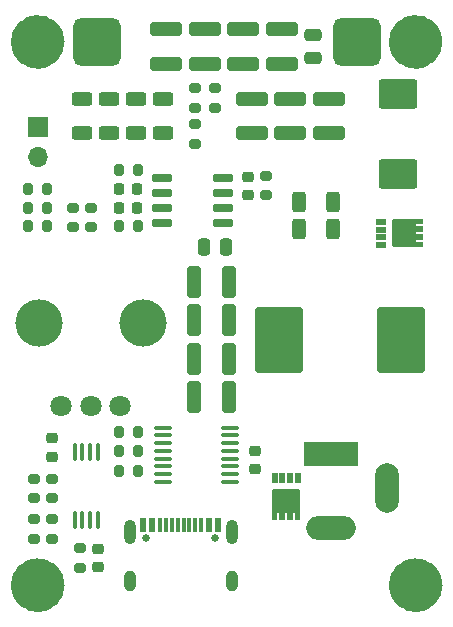
<source format=gts>
G04 #@! TF.GenerationSoftware,KiCad,Pcbnew,(7.0.0)*
G04 #@! TF.CreationDate,2023-04-23T17:00:46-07:00*
G04 #@! TF.ProjectId,boostdriver-al8853,626f6f73-7464-4726-9976-65722d616c38,1*
G04 #@! TF.SameCoordinates,Original*
G04 #@! TF.FileFunction,Soldermask,Top*
G04 #@! TF.FilePolarity,Negative*
%FSLAX46Y46*%
G04 Gerber Fmt 4.6, Leading zero omitted, Abs format (unit mm)*
G04 Created by KiCad (PCBNEW (7.0.0)) date 2023-04-23 17:00:46*
%MOMM*%
%LPD*%
G01*
G04 APERTURE LIST*
G04 Aperture macros list*
%AMRoundRect*
0 Rectangle with rounded corners*
0 $1 Rounding radius*
0 $2 $3 $4 $5 $6 $7 $8 $9 X,Y pos of 4 corners*
0 Add a 4 corners polygon primitive as box body*
4,1,4,$2,$3,$4,$5,$6,$7,$8,$9,$2,$3,0*
0 Add four circle primitives for the rounded corners*
1,1,$1+$1,$2,$3*
1,1,$1+$1,$4,$5*
1,1,$1+$1,$6,$7*
1,1,$1+$1,$8,$9*
0 Add four rect primitives between the rounded corners*
20,1,$1+$1,$2,$3,$4,$5,0*
20,1,$1+$1,$4,$5,$6,$7,0*
20,1,$1+$1,$6,$7,$8,$9,0*
20,1,$1+$1,$8,$9,$2,$3,0*%
%AMFreePoly0*
4,1,43,1.580355,1.210355,1.595000,1.175000,1.595000,0.775000,1.580355,0.739645,1.545000,0.725000,0.975000,0.725000,0.975000,0.575000,1.545000,0.575000,1.580355,0.560355,1.595000,0.525000,1.595000,0.125000,1.580355,0.089645,1.545000,0.075000,0.975000,0.075000,0.975000,-0.075000,1.545000,-0.075000,1.580355,-0.089645,1.595000,-0.125000,1.595000,-0.525000,1.580355,-0.560355,
1.545000,-0.575000,0.975000,-0.575000,0.975000,-0.725000,1.545000,-0.725000,1.580355,-0.739645,1.595000,-0.775000,1.595000,-1.175000,1.580355,-1.210355,1.545000,-1.225000,0.925000,-1.225000,0.889645,-1.210355,0.875000,-1.175000,-0.925000,-1.175000,-0.960355,-1.160355,-0.975000,-1.125000,-0.975000,1.125000,-0.960355,1.160355,-0.925000,1.175000,0.875000,1.175000,0.889645,1.210355,
0.925000,1.225000,1.545000,1.225000,1.580355,1.210355,1.580355,1.210355,$1*%
G04 Aperture macros list end*
%ADD10C,2.275000*%
%ADD11R,4.600000X2.000000*%
%ADD12O,4.200000X2.000000*%
%ADD13O,2.000000X4.200000*%
%ADD14FreePoly0,270.000000*%
%ADD15RoundRect,0.050000X-0.200000X0.415000X-0.200000X-0.415000X0.200000X-0.415000X0.200000X0.415000X0*%
%ADD16RoundRect,0.250000X-0.625000X0.312500X-0.625000X-0.312500X0.625000X-0.312500X0.625000X0.312500X0*%
%ADD17RoundRect,0.225000X0.250000X-0.225000X0.250000X0.225000X-0.250000X0.225000X-0.250000X-0.225000X0*%
%ADD18RoundRect,0.200000X0.200000X0.275000X-0.200000X0.275000X-0.200000X-0.275000X0.200000X-0.275000X0*%
%ADD19C,2.200000*%
%ADD20RoundRect,0.050000X-0.415000X-0.200000X0.415000X-0.200000X0.415000X0.200000X-0.415000X0.200000X0*%
%ADD21FreePoly0,0.000000*%
%ADD22RoundRect,0.200000X-0.275000X0.200000X-0.275000X-0.200000X0.275000X-0.200000X0.275000X0.200000X0*%
%ADD23RoundRect,0.250000X0.312500X0.625000X-0.312500X0.625000X-0.312500X-0.625000X0.312500X-0.625000X0*%
%ADD24RoundRect,0.250000X-1.400000X-1.000000X1.400000X-1.000000X1.400000X1.000000X-1.400000X1.000000X0*%
%ADD25C,4.000000*%
%ADD26C,1.800000*%
%ADD27RoundRect,0.200000X0.275000X-0.200000X0.275000X0.200000X-0.275000X0.200000X-0.275000X-0.200000X0*%
%ADD28RoundRect,0.200000X-0.200000X-0.275000X0.200000X-0.275000X0.200000X0.275000X-0.200000X0.275000X0*%
%ADD29RoundRect,0.225000X-0.250000X0.225000X-0.250000X-0.225000X0.250000X-0.225000X0.250000X0.225000X0*%
%ADD30RoundRect,0.250000X0.325000X1.100000X-0.325000X1.100000X-0.325000X-1.100000X0.325000X-1.100000X0*%
%ADD31RoundRect,0.250000X1.100000X-0.325000X1.100000X0.325000X-1.100000X0.325000X-1.100000X-0.325000X0*%
%ADD32RoundRect,0.328000X1.722000X2.472000X-1.722000X2.472000X-1.722000X-2.472000X1.722000X-2.472000X0*%
%ADD33RoundRect,0.225000X-0.225000X-0.250000X0.225000X-0.250000X0.225000X0.250000X-0.225000X0.250000X0*%
%ADD34C,0.650000*%
%ADD35R,0.600000X1.150000*%
%ADD36R,0.300000X1.150000*%
%ADD37O,1.000000X2.100000*%
%ADD38O,1.000000X1.800000*%
%ADD39RoundRect,0.250000X0.250000X0.475000X-0.250000X0.475000X-0.250000X-0.475000X0.250000X-0.475000X0*%
%ADD40RoundRect,0.100000X0.100000X-0.637500X0.100000X0.637500X-0.100000X0.637500X-0.100000X-0.637500X0*%
%ADD41RoundRect,0.600000X-1.400000X-1.400000X1.400000X-1.400000X1.400000X1.400000X-1.400000X1.400000X0*%
%ADD42RoundRect,0.100000X0.637500X0.100000X-0.637500X0.100000X-0.637500X-0.100000X0.637500X-0.100000X0*%
%ADD43RoundRect,0.250000X0.475000X-0.250000X0.475000X0.250000X-0.475000X0.250000X-0.475000X-0.250000X0*%
%ADD44RoundRect,0.150000X0.725000X0.150000X-0.725000X0.150000X-0.725000X-0.150000X0.725000X-0.150000X0*%
%ADD45R,1.700000X1.700000*%
%ADD46O,1.700000X1.700000*%
%ADD47RoundRect,0.250000X-1.100000X0.325000X-1.100000X-0.325000X1.100000X-0.325000X1.100000X0.325000X0*%
G04 APERTURE END LIST*
D10*
X169137500Y-110000000D02*
G75*
G03*
X169137500Y-110000000I-1137500J0D01*
G01*
X137137500Y-110000000D02*
G75*
G03*
X137137500Y-110000000I-1137500J0D01*
G01*
X137137500Y-64000000D02*
G75*
G03*
X137137500Y-64000000I-1137500J0D01*
G01*
X169137500Y-64000000D02*
G75*
G03*
X169137500Y-64000000I-1137500J0D01*
G01*
D11*
X160799999Y-98849999D03*
D12*
X160799999Y-105149999D03*
D13*
X165599999Y-101749999D03*
D14*
X157050000Y-102830000D03*
D15*
X156075000Y-100890000D03*
X156725000Y-100890000D03*
X157375000Y-100890000D03*
X158025000Y-100890000D03*
D16*
X146630001Y-68817500D03*
X146630001Y-71742500D03*
D17*
X137250000Y-99125000D03*
X137250000Y-97575000D03*
D18*
X136825000Y-79600000D03*
X135175000Y-79600000D03*
D19*
X168000000Y-110000000D03*
D20*
X165105000Y-79235000D03*
X165105000Y-79885000D03*
X165105000Y-80535000D03*
X165105000Y-81185000D03*
D21*
X167045000Y-80210000D03*
D16*
X139730001Y-68817500D03*
X139730001Y-71742500D03*
D18*
X144500000Y-100300000D03*
X142850000Y-100300000D03*
D22*
X135700000Y-100975000D03*
X135700000Y-102625000D03*
X140550000Y-78025000D03*
X140550000Y-79675000D03*
D23*
X161032501Y-79830002D03*
X158107501Y-79830002D03*
D24*
X166525000Y-68400000D03*
X166525000Y-75200000D03*
D16*
X142030001Y-68817501D03*
X142030001Y-71742501D03*
D25*
X136100000Y-87800000D03*
X144900000Y-87800000D03*
D26*
X143000000Y-94800000D03*
X140500000Y-94800000D03*
X138000000Y-94800000D03*
D16*
X144330001Y-68817501D03*
X144330001Y-71742501D03*
D18*
X144500000Y-79600000D03*
X142850000Y-79600000D03*
D27*
X149310000Y-72620000D03*
X149310000Y-70970000D03*
D18*
X144500000Y-98650000D03*
X142850000Y-98650000D03*
D27*
X155290000Y-77005000D03*
X155290000Y-75355000D03*
D28*
X135175000Y-76450000D03*
X136825000Y-76450000D03*
D29*
X154375000Y-100175000D03*
X154375000Y-98625000D03*
D30*
X152215000Y-94080000D03*
X149265000Y-94080000D03*
D31*
X156659999Y-65880001D03*
X156659999Y-62930001D03*
D27*
X139600000Y-108525000D03*
X139600000Y-106875000D03*
D32*
X166800000Y-89200000D03*
X156400000Y-89200000D03*
D27*
X137250000Y-106075000D03*
X137250000Y-104425000D03*
D22*
X135700000Y-104425000D03*
X135700000Y-106075000D03*
D17*
X153780000Y-76955000D03*
X153780000Y-75405000D03*
D31*
X153409999Y-65880001D03*
X153409999Y-62930001D03*
D33*
X142900000Y-76450000D03*
X144450000Y-76450000D03*
D34*
X145210000Y-105995000D03*
X150990000Y-105995000D03*
D35*
X144899999Y-104919999D03*
X145699999Y-104919999D03*
D36*
X146849999Y-104919999D03*
X147849999Y-104919999D03*
X148349999Y-104919999D03*
X149349999Y-104919999D03*
D35*
X150499999Y-104919999D03*
X151299999Y-104919999D03*
X151299999Y-104919999D03*
X150499999Y-104919999D03*
D36*
X149849999Y-104919999D03*
X148849999Y-104919999D03*
X147349999Y-104919999D03*
X146349999Y-104919999D03*
D35*
X145699999Y-104919999D03*
X144899999Y-104919999D03*
D37*
X143779999Y-105494999D03*
D38*
X143779999Y-109674999D03*
D37*
X152419999Y-105494999D03*
D38*
X152419999Y-109674999D03*
D23*
X161032500Y-77530003D03*
X158107500Y-77530003D03*
D22*
X137250000Y-100975000D03*
X137250000Y-102625000D03*
D39*
X151950000Y-81400000D03*
X150050000Y-81400000D03*
D27*
X149320000Y-69580000D03*
X149320000Y-67930000D03*
D40*
X139125000Y-104462500D03*
X139775000Y-104462500D03*
X140425000Y-104462500D03*
X141075000Y-104462500D03*
X141075000Y-98737500D03*
X140425000Y-98737500D03*
X139775000Y-98737500D03*
X139125000Y-98737500D03*
D27*
X138950000Y-79675000D03*
X138950000Y-78025000D03*
D22*
X150980000Y-67930000D03*
X150980000Y-69580000D03*
D41*
X141000000Y-64000000D03*
D42*
X152312500Y-101225000D03*
X152312500Y-100575000D03*
X152312500Y-99925000D03*
X152312500Y-99275000D03*
X152312500Y-98625000D03*
X152312500Y-97975000D03*
X152312500Y-97325000D03*
X152312500Y-96675000D03*
X146587500Y-96675000D03*
X146587500Y-97325000D03*
X146587500Y-97975000D03*
X146587500Y-98625000D03*
X146587500Y-99275000D03*
X146587500Y-99925000D03*
X146587500Y-100575000D03*
X146587500Y-101225000D03*
D43*
X159309999Y-65355001D03*
X159309999Y-63455001D03*
D44*
X151685000Y-79305000D03*
X151685000Y-78035000D03*
X151685000Y-76765000D03*
X151685000Y-75495000D03*
X146535000Y-75495000D03*
X146535000Y-76765000D03*
X146535000Y-78035000D03*
X146535000Y-79305000D03*
D33*
X142900000Y-78025000D03*
X144450000Y-78025000D03*
D19*
X136000000Y-110000000D03*
D31*
X146900000Y-65875000D03*
X146900000Y-62925000D03*
D30*
X152215000Y-90830000D03*
X149265000Y-90830000D03*
D31*
X150160000Y-65875000D03*
X150160000Y-62925000D03*
D19*
X136000000Y-64000000D03*
D28*
X142850000Y-97000000D03*
X144500000Y-97000000D03*
D45*
X135999999Y-71224999D03*
D46*
X135999999Y-73764999D03*
D19*
X168000000Y-64000000D03*
D47*
X160649999Y-68805001D03*
X160649999Y-71755001D03*
D28*
X142845000Y-74875000D03*
X144495000Y-74875000D03*
D29*
X141100000Y-106925000D03*
X141100000Y-108475000D03*
D30*
X152215000Y-87580000D03*
X149265000Y-87580000D03*
D47*
X154149999Y-68805000D03*
X154149999Y-71755000D03*
D41*
X163000000Y-64000000D03*
D30*
X152215000Y-84330000D03*
X149265000Y-84330000D03*
D47*
X157400000Y-68805000D03*
X157400000Y-71755000D03*
D18*
X136825000Y-78040000D03*
X135175000Y-78040000D03*
M02*

</source>
